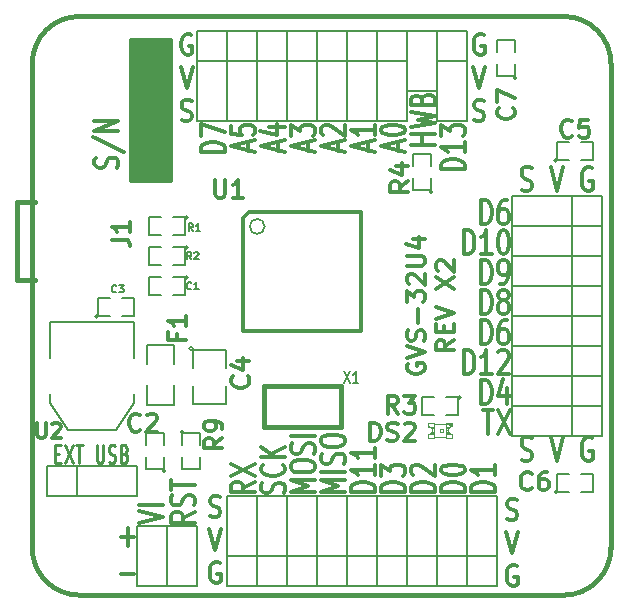
<source format=gto>
G04 (created by PCBNEW (2013-03-19 BZR 4004)-stable) date 5/7/2013 1:55:13 PM*
%MOIN*%
G04 Gerber Fmt 3.4, Leading zero omitted, Abs format*
%FSLAX34Y34*%
G01*
G70*
G90*
G04 APERTURE LIST*
%ADD10C,2.3622e-006*%
%ADD11C,0.012*%
%ADD12C,0.015*%
%ADD13C,0.01*%
%ADD14C,0.005*%
%ADD15C,0.0026*%
%ADD16C,0.004*%
%ADD17C,0.002*%
%ADD18C,0.008*%
%ADD19C,0.006*%
%ADD20C,0.025*%
%ADD21C,0.0075*%
G04 APERTURE END LIST*
G54D10*
G54D11*
X50835Y-36049D02*
X50873Y-35964D01*
X50873Y-35821D01*
X50835Y-35764D01*
X50797Y-35735D01*
X50721Y-35707D01*
X50645Y-35707D01*
X50569Y-35735D01*
X50530Y-35764D01*
X50492Y-35821D01*
X50454Y-35935D01*
X50416Y-35992D01*
X50378Y-36021D01*
X50302Y-36049D01*
X50226Y-36049D01*
X50150Y-36021D01*
X50111Y-35992D01*
X50073Y-35935D01*
X50073Y-35792D01*
X50111Y-35707D01*
X50035Y-35021D02*
X51064Y-35535D01*
X50873Y-34821D02*
X50073Y-34821D01*
X50873Y-34478D01*
X50073Y-34478D01*
X60521Y-42578D02*
X60492Y-42635D01*
X60492Y-42721D01*
X60521Y-42807D01*
X60578Y-42864D01*
X60635Y-42892D01*
X60750Y-42921D01*
X60835Y-42921D01*
X60950Y-42892D01*
X61007Y-42864D01*
X61064Y-42807D01*
X61092Y-42721D01*
X61092Y-42664D01*
X61064Y-42578D01*
X61035Y-42550D01*
X60835Y-42550D01*
X60835Y-42664D01*
X60492Y-42378D02*
X61092Y-42178D01*
X60492Y-41978D01*
X61064Y-41807D02*
X61092Y-41721D01*
X61092Y-41578D01*
X61064Y-41521D01*
X61035Y-41492D01*
X60978Y-41464D01*
X60921Y-41464D01*
X60864Y-41492D01*
X60835Y-41521D01*
X60807Y-41578D01*
X60778Y-41692D01*
X60750Y-41750D01*
X60721Y-41778D01*
X60664Y-41807D01*
X60607Y-41807D01*
X60550Y-41778D01*
X60521Y-41750D01*
X60492Y-41692D01*
X60492Y-41550D01*
X60521Y-41464D01*
X60864Y-41207D02*
X60864Y-40750D01*
X60492Y-40521D02*
X60492Y-40150D01*
X60721Y-40350D01*
X60721Y-40264D01*
X60750Y-40207D01*
X60778Y-40178D01*
X60835Y-40150D01*
X60978Y-40150D01*
X61035Y-40178D01*
X61064Y-40207D01*
X61092Y-40264D01*
X61092Y-40435D01*
X61064Y-40492D01*
X61035Y-40521D01*
X60550Y-39921D02*
X60521Y-39892D01*
X60492Y-39835D01*
X60492Y-39692D01*
X60521Y-39635D01*
X60550Y-39607D01*
X60607Y-39578D01*
X60664Y-39578D01*
X60750Y-39607D01*
X61092Y-39950D01*
X61092Y-39578D01*
X60492Y-39321D02*
X60978Y-39321D01*
X61035Y-39292D01*
X61064Y-39264D01*
X61092Y-39207D01*
X61092Y-39092D01*
X61064Y-39035D01*
X61035Y-39007D01*
X60978Y-38978D01*
X60492Y-38978D01*
X60692Y-38435D02*
X61092Y-38435D01*
X60464Y-38578D02*
X60892Y-38721D01*
X60892Y-38350D01*
X62052Y-41792D02*
X61767Y-41992D01*
X62052Y-42135D02*
X61452Y-42135D01*
X61452Y-41907D01*
X61481Y-41850D01*
X61510Y-41821D01*
X61567Y-41792D01*
X61652Y-41792D01*
X61710Y-41821D01*
X61738Y-41850D01*
X61767Y-41907D01*
X61767Y-42135D01*
X61738Y-41535D02*
X61738Y-41335D01*
X62052Y-41250D02*
X62052Y-41535D01*
X61452Y-41535D01*
X61452Y-41250D01*
X61452Y-41078D02*
X62052Y-40878D01*
X61452Y-40678D01*
X61452Y-40078D02*
X62052Y-39678D01*
X61452Y-39678D02*
X62052Y-40078D01*
X61510Y-39478D02*
X61481Y-39450D01*
X61452Y-39392D01*
X61452Y-39250D01*
X61481Y-39192D01*
X61510Y-39164D01*
X61567Y-39135D01*
X61624Y-39135D01*
X61710Y-39164D01*
X62052Y-39507D01*
X62052Y-39135D01*
X51573Y-47892D02*
X52373Y-47692D01*
X51573Y-47492D01*
X52373Y-47292D02*
X51573Y-47292D01*
X61423Y-35271D02*
X60623Y-35271D01*
X61004Y-35271D02*
X61004Y-34928D01*
X61423Y-34928D02*
X60623Y-34928D01*
X60623Y-34700D02*
X61423Y-34557D01*
X60852Y-34442D01*
X61423Y-34328D01*
X60623Y-34185D01*
X61004Y-33757D02*
X61042Y-33671D01*
X61080Y-33642D01*
X61157Y-33614D01*
X61271Y-33614D01*
X61347Y-33642D01*
X61385Y-33671D01*
X61423Y-33728D01*
X61423Y-33957D01*
X60623Y-33957D01*
X60623Y-33757D01*
X60661Y-33700D01*
X60700Y-33671D01*
X60776Y-33642D01*
X60852Y-33642D01*
X60928Y-33671D01*
X60966Y-33700D01*
X61004Y-33757D01*
X61004Y-33957D01*
G54D12*
X67291Y-48716D02*
X67291Y-32574D01*
X49574Y-50291D02*
X65716Y-50291D01*
X48000Y-32574D02*
X48000Y-48716D01*
X65716Y-31000D02*
X49574Y-31000D01*
X48000Y-48716D02*
G75*
G03X49574Y-50291I1574J0D01*
G74*
G01*
X65716Y-50291D02*
G75*
G03X67291Y-48716I0J1574D01*
G74*
G01*
X67291Y-32574D02*
G75*
G03X65716Y-31000I-1574J0D01*
G74*
G01*
X49574Y-31000D02*
G75*
G03X48000Y-32574I0J-1574D01*
G74*
G01*
G54D11*
X62971Y-41923D02*
X62971Y-41123D01*
X63114Y-41123D01*
X63200Y-41161D01*
X63257Y-41238D01*
X63285Y-41314D01*
X63314Y-41466D01*
X63314Y-41580D01*
X63285Y-41733D01*
X63257Y-41809D01*
X63200Y-41885D01*
X63114Y-41923D01*
X62971Y-41923D01*
X63828Y-41123D02*
X63714Y-41123D01*
X63657Y-41161D01*
X63628Y-41200D01*
X63571Y-41314D01*
X63542Y-41466D01*
X63542Y-41771D01*
X63571Y-41847D01*
X63600Y-41885D01*
X63657Y-41923D01*
X63771Y-41923D01*
X63828Y-41885D01*
X63857Y-41847D01*
X63885Y-41771D01*
X63885Y-41580D01*
X63857Y-41504D01*
X63828Y-41466D01*
X63771Y-41428D01*
X63657Y-41428D01*
X63600Y-41466D01*
X63571Y-41504D01*
X63542Y-41580D01*
X62971Y-39923D02*
X62971Y-39123D01*
X63114Y-39123D01*
X63200Y-39161D01*
X63257Y-39238D01*
X63285Y-39314D01*
X63314Y-39466D01*
X63314Y-39580D01*
X63285Y-39733D01*
X63257Y-39809D01*
X63200Y-39885D01*
X63114Y-39923D01*
X62971Y-39923D01*
X63600Y-39923D02*
X63714Y-39923D01*
X63771Y-39885D01*
X63800Y-39847D01*
X63857Y-39733D01*
X63885Y-39580D01*
X63885Y-39276D01*
X63857Y-39200D01*
X63828Y-39161D01*
X63771Y-39123D01*
X63657Y-39123D01*
X63600Y-39161D01*
X63571Y-39200D01*
X63542Y-39276D01*
X63542Y-39466D01*
X63571Y-39542D01*
X63600Y-39580D01*
X63657Y-39619D01*
X63771Y-39619D01*
X63828Y-39580D01*
X63857Y-39542D01*
X63885Y-39466D01*
X62971Y-37923D02*
X62971Y-37123D01*
X63114Y-37123D01*
X63200Y-37161D01*
X63257Y-37238D01*
X63285Y-37314D01*
X63314Y-37466D01*
X63314Y-37580D01*
X63285Y-37733D01*
X63257Y-37809D01*
X63200Y-37885D01*
X63114Y-37923D01*
X62971Y-37923D01*
X63828Y-37123D02*
X63714Y-37123D01*
X63657Y-37161D01*
X63628Y-37200D01*
X63571Y-37314D01*
X63542Y-37466D01*
X63542Y-37771D01*
X63571Y-37847D01*
X63600Y-37885D01*
X63657Y-37923D01*
X63771Y-37923D01*
X63828Y-37885D01*
X63857Y-37847D01*
X63885Y-37771D01*
X63885Y-37580D01*
X63857Y-37504D01*
X63828Y-37466D01*
X63771Y-37428D01*
X63657Y-37428D01*
X63600Y-37466D01*
X63571Y-37504D01*
X63542Y-37580D01*
X54423Y-35528D02*
X53623Y-35528D01*
X53623Y-35385D01*
X53661Y-35300D01*
X53738Y-35242D01*
X53814Y-35214D01*
X53966Y-35185D01*
X54080Y-35185D01*
X54233Y-35214D01*
X54309Y-35242D01*
X54385Y-35300D01*
X54423Y-35385D01*
X54423Y-35528D01*
X53623Y-34985D02*
X53623Y-34585D01*
X54423Y-34842D01*
X55195Y-35471D02*
X55195Y-35185D01*
X55423Y-35528D02*
X54623Y-35328D01*
X55423Y-35128D01*
X54623Y-34642D02*
X54623Y-34928D01*
X55004Y-34957D01*
X54966Y-34928D01*
X54928Y-34871D01*
X54928Y-34728D01*
X54966Y-34671D01*
X55004Y-34642D01*
X55080Y-34614D01*
X55271Y-34614D01*
X55347Y-34642D01*
X55385Y-34671D01*
X55423Y-34728D01*
X55423Y-34871D01*
X55385Y-34928D01*
X55347Y-34957D01*
X56195Y-35471D02*
X56195Y-35185D01*
X56423Y-35528D02*
X55623Y-35328D01*
X56423Y-35128D01*
X55890Y-34671D02*
X56423Y-34671D01*
X55585Y-34814D02*
X56157Y-34957D01*
X56157Y-34585D01*
X58195Y-35471D02*
X58195Y-35185D01*
X58423Y-35528D02*
X57623Y-35328D01*
X58423Y-35128D01*
X57700Y-34957D02*
X57661Y-34928D01*
X57623Y-34871D01*
X57623Y-34728D01*
X57661Y-34671D01*
X57700Y-34642D01*
X57776Y-34614D01*
X57852Y-34614D01*
X57966Y-34642D01*
X58423Y-34985D01*
X58423Y-34614D01*
X63057Y-31616D02*
X63000Y-31583D01*
X62914Y-31583D01*
X62828Y-31616D01*
X62771Y-31683D01*
X62742Y-31750D01*
X62714Y-31883D01*
X62714Y-31983D01*
X62742Y-32116D01*
X62771Y-32183D01*
X62828Y-32250D01*
X62914Y-32283D01*
X62971Y-32283D01*
X63057Y-32250D01*
X63085Y-32216D01*
X63085Y-31983D01*
X62971Y-31983D01*
X62700Y-32683D02*
X62900Y-33383D01*
X63100Y-32683D01*
X62728Y-34450D02*
X62814Y-34483D01*
X62957Y-34483D01*
X63014Y-34450D01*
X63042Y-34416D01*
X63071Y-34350D01*
X63071Y-34283D01*
X63042Y-34216D01*
X63014Y-34183D01*
X62957Y-34150D01*
X62842Y-34116D01*
X62785Y-34083D01*
X62757Y-34050D01*
X62728Y-33983D01*
X62728Y-33916D01*
X62757Y-33850D01*
X62785Y-33816D01*
X62842Y-33783D01*
X62985Y-33783D01*
X63071Y-33816D01*
X64314Y-36785D02*
X64400Y-36823D01*
X64542Y-36823D01*
X64600Y-36785D01*
X64628Y-36747D01*
X64657Y-36671D01*
X64657Y-36595D01*
X64628Y-36519D01*
X64600Y-36480D01*
X64542Y-36442D01*
X64428Y-36404D01*
X64371Y-36366D01*
X64342Y-36328D01*
X64314Y-36252D01*
X64314Y-36176D01*
X64342Y-36100D01*
X64371Y-36061D01*
X64428Y-36023D01*
X64571Y-36023D01*
X64657Y-36061D01*
X65285Y-36023D02*
X65485Y-36823D01*
X65685Y-36023D01*
X66657Y-36061D02*
X66600Y-36023D01*
X66514Y-36023D01*
X66428Y-36061D01*
X66371Y-36138D01*
X66342Y-36214D01*
X66314Y-36366D01*
X66314Y-36480D01*
X66342Y-36633D01*
X66371Y-36709D01*
X66428Y-36785D01*
X66514Y-36823D01*
X66571Y-36823D01*
X66657Y-36785D01*
X66685Y-36747D01*
X66685Y-36480D01*
X66571Y-36480D01*
X56385Y-46885D02*
X56423Y-46800D01*
X56423Y-46657D01*
X56385Y-46600D01*
X56347Y-46571D01*
X56271Y-46542D01*
X56195Y-46542D01*
X56119Y-46571D01*
X56080Y-46600D01*
X56042Y-46657D01*
X56004Y-46771D01*
X55966Y-46828D01*
X55928Y-46857D01*
X55852Y-46885D01*
X55776Y-46885D01*
X55700Y-46857D01*
X55661Y-46828D01*
X55623Y-46771D01*
X55623Y-46628D01*
X55661Y-46542D01*
X56347Y-45942D02*
X56385Y-45971D01*
X56423Y-46057D01*
X56423Y-46114D01*
X56385Y-46200D01*
X56309Y-46257D01*
X56233Y-46285D01*
X56080Y-46314D01*
X55966Y-46314D01*
X55814Y-46285D01*
X55738Y-46257D01*
X55661Y-46200D01*
X55623Y-46114D01*
X55623Y-46057D01*
X55661Y-45971D01*
X55700Y-45942D01*
X56423Y-45685D02*
X55623Y-45685D01*
X56423Y-45342D02*
X55966Y-45600D01*
X55623Y-45342D02*
X56080Y-45685D01*
X57423Y-46857D02*
X56623Y-46857D01*
X57195Y-46657D01*
X56623Y-46457D01*
X57423Y-46457D01*
X56623Y-46057D02*
X56623Y-45942D01*
X56661Y-45885D01*
X56738Y-45828D01*
X56890Y-45800D01*
X57157Y-45800D01*
X57309Y-45828D01*
X57385Y-45885D01*
X57423Y-45942D01*
X57423Y-46057D01*
X57385Y-46114D01*
X57309Y-46171D01*
X57157Y-46200D01*
X56890Y-46200D01*
X56738Y-46171D01*
X56661Y-46114D01*
X56623Y-46057D01*
X57385Y-45571D02*
X57423Y-45485D01*
X57423Y-45342D01*
X57385Y-45285D01*
X57347Y-45257D01*
X57271Y-45228D01*
X57195Y-45228D01*
X57119Y-45257D01*
X57080Y-45285D01*
X57042Y-45342D01*
X57004Y-45457D01*
X56966Y-45514D01*
X56928Y-45542D01*
X56852Y-45571D01*
X56776Y-45571D01*
X56700Y-45542D01*
X56661Y-45514D01*
X56623Y-45457D01*
X56623Y-45314D01*
X56661Y-45228D01*
X57423Y-44971D02*
X56623Y-44971D01*
X58423Y-46857D02*
X57623Y-46857D01*
X58195Y-46657D01*
X57623Y-46457D01*
X58423Y-46457D01*
X58423Y-46171D02*
X57623Y-46171D01*
X58385Y-45914D02*
X58423Y-45828D01*
X58423Y-45685D01*
X58385Y-45628D01*
X58347Y-45600D01*
X58271Y-45571D01*
X58195Y-45571D01*
X58119Y-45600D01*
X58080Y-45628D01*
X58042Y-45685D01*
X58004Y-45800D01*
X57966Y-45857D01*
X57928Y-45885D01*
X57852Y-45914D01*
X57776Y-45914D01*
X57700Y-45885D01*
X57661Y-45857D01*
X57623Y-45800D01*
X57623Y-45657D01*
X57661Y-45571D01*
X57623Y-45200D02*
X57623Y-45085D01*
X57661Y-45028D01*
X57738Y-44971D01*
X57890Y-44942D01*
X58157Y-44942D01*
X58309Y-44971D01*
X58385Y-45028D01*
X58423Y-45085D01*
X58423Y-45200D01*
X58385Y-45257D01*
X58309Y-45314D01*
X58157Y-45342D01*
X57890Y-45342D01*
X57738Y-45314D01*
X57661Y-45257D01*
X57623Y-45200D01*
X59423Y-46857D02*
X58623Y-46857D01*
X58623Y-46714D01*
X58661Y-46628D01*
X58738Y-46571D01*
X58814Y-46542D01*
X58966Y-46514D01*
X59080Y-46514D01*
X59233Y-46542D01*
X59309Y-46571D01*
X59385Y-46628D01*
X59423Y-46714D01*
X59423Y-46857D01*
X59423Y-45942D02*
X59423Y-46285D01*
X59423Y-46114D02*
X58623Y-46114D01*
X58738Y-46171D01*
X58814Y-46228D01*
X58852Y-46285D01*
X59423Y-45371D02*
X59423Y-45714D01*
X59423Y-45542D02*
X58623Y-45542D01*
X58738Y-45600D01*
X58814Y-45657D01*
X58852Y-45714D01*
X60423Y-46857D02*
X59623Y-46857D01*
X59623Y-46714D01*
X59661Y-46628D01*
X59738Y-46571D01*
X59814Y-46542D01*
X59966Y-46514D01*
X60080Y-46514D01*
X60233Y-46542D01*
X60309Y-46571D01*
X60385Y-46628D01*
X60423Y-46714D01*
X60423Y-46857D01*
X59623Y-46314D02*
X59623Y-45942D01*
X59928Y-46142D01*
X59928Y-46057D01*
X59966Y-46000D01*
X60004Y-45971D01*
X60080Y-45942D01*
X60271Y-45942D01*
X60347Y-45971D01*
X60385Y-46000D01*
X60423Y-46057D01*
X60423Y-46228D01*
X60385Y-46285D01*
X60347Y-46314D01*
X53928Y-47650D02*
X54014Y-47683D01*
X54157Y-47683D01*
X54214Y-47650D01*
X54242Y-47616D01*
X54271Y-47550D01*
X54271Y-47483D01*
X54242Y-47416D01*
X54214Y-47383D01*
X54157Y-47350D01*
X54042Y-47316D01*
X53985Y-47283D01*
X53957Y-47250D01*
X53928Y-47183D01*
X53928Y-47116D01*
X53957Y-47050D01*
X53985Y-47016D01*
X54042Y-46983D01*
X54185Y-46983D01*
X54271Y-47016D01*
X53900Y-48083D02*
X54100Y-48783D01*
X54300Y-48083D01*
X54257Y-49216D02*
X54200Y-49183D01*
X54114Y-49183D01*
X54028Y-49216D01*
X53971Y-49283D01*
X53942Y-49350D01*
X53914Y-49483D01*
X53914Y-49583D01*
X53942Y-49716D01*
X53971Y-49783D01*
X54028Y-49850D01*
X54114Y-49883D01*
X54171Y-49883D01*
X54257Y-49850D01*
X54285Y-49816D01*
X54285Y-49583D01*
X54171Y-49583D01*
X59195Y-35471D02*
X59195Y-35185D01*
X59423Y-35528D02*
X58623Y-35328D01*
X59423Y-35128D01*
X59423Y-34614D02*
X59423Y-34957D01*
X59423Y-34785D02*
X58623Y-34785D01*
X58738Y-34842D01*
X58814Y-34900D01*
X58852Y-34957D01*
X53423Y-47528D02*
X53042Y-47728D01*
X53423Y-47871D02*
X52623Y-47871D01*
X52623Y-47642D01*
X52661Y-47585D01*
X52700Y-47557D01*
X52776Y-47528D01*
X52890Y-47528D01*
X52966Y-47557D01*
X53004Y-47585D01*
X53042Y-47642D01*
X53042Y-47871D01*
X53385Y-47300D02*
X53423Y-47214D01*
X53423Y-47071D01*
X53385Y-47014D01*
X53347Y-46985D01*
X53271Y-46957D01*
X53195Y-46957D01*
X53119Y-46985D01*
X53080Y-47014D01*
X53042Y-47071D01*
X53004Y-47185D01*
X52966Y-47242D01*
X52928Y-47271D01*
X52852Y-47300D01*
X52776Y-47300D01*
X52700Y-47271D01*
X52661Y-47242D01*
X52623Y-47185D01*
X52623Y-47042D01*
X52661Y-46957D01*
X52623Y-46785D02*
X52623Y-46442D01*
X53423Y-46614D02*
X52623Y-46614D01*
X63423Y-46857D02*
X62623Y-46857D01*
X62623Y-46714D01*
X62661Y-46628D01*
X62738Y-46571D01*
X62814Y-46542D01*
X62966Y-46514D01*
X63080Y-46514D01*
X63233Y-46542D01*
X63309Y-46571D01*
X63385Y-46628D01*
X63423Y-46714D01*
X63423Y-46857D01*
X63423Y-45942D02*
X63423Y-46285D01*
X63423Y-46114D02*
X62623Y-46114D01*
X62738Y-46171D01*
X62814Y-46228D01*
X62852Y-46285D01*
X60195Y-35471D02*
X60195Y-35185D01*
X60423Y-35528D02*
X59623Y-35328D01*
X60423Y-35128D01*
X59623Y-34814D02*
X59623Y-34757D01*
X59661Y-34700D01*
X59700Y-34671D01*
X59776Y-34642D01*
X59928Y-34614D01*
X60119Y-34614D01*
X60271Y-34642D01*
X60347Y-34671D01*
X60385Y-34700D01*
X60423Y-34757D01*
X60423Y-34814D01*
X60385Y-34871D01*
X60347Y-34900D01*
X60271Y-34928D01*
X60119Y-34957D01*
X59928Y-34957D01*
X59776Y-34928D01*
X59700Y-34900D01*
X59661Y-34871D01*
X59623Y-34814D01*
X63028Y-44123D02*
X63371Y-44123D01*
X63199Y-44923D02*
X63199Y-44123D01*
X63514Y-44123D02*
X63914Y-44923D01*
X63914Y-44123D02*
X63514Y-44923D01*
X62971Y-40923D02*
X62971Y-40123D01*
X63114Y-40123D01*
X63200Y-40161D01*
X63257Y-40238D01*
X63285Y-40314D01*
X63314Y-40466D01*
X63314Y-40580D01*
X63285Y-40733D01*
X63257Y-40809D01*
X63200Y-40885D01*
X63114Y-40923D01*
X62971Y-40923D01*
X63657Y-40466D02*
X63600Y-40428D01*
X63571Y-40390D01*
X63542Y-40314D01*
X63542Y-40276D01*
X63571Y-40200D01*
X63600Y-40161D01*
X63657Y-40123D01*
X63771Y-40123D01*
X63828Y-40161D01*
X63857Y-40200D01*
X63885Y-40276D01*
X63885Y-40314D01*
X63857Y-40390D01*
X63828Y-40428D01*
X63771Y-40466D01*
X63657Y-40466D01*
X63600Y-40504D01*
X63571Y-40542D01*
X63542Y-40619D01*
X63542Y-40771D01*
X63571Y-40847D01*
X63600Y-40885D01*
X63657Y-40923D01*
X63771Y-40923D01*
X63828Y-40885D01*
X63857Y-40847D01*
X63885Y-40771D01*
X63885Y-40619D01*
X63857Y-40542D01*
X63828Y-40504D01*
X63771Y-40466D01*
X63828Y-47750D02*
X63914Y-47783D01*
X64057Y-47783D01*
X64114Y-47750D01*
X64142Y-47716D01*
X64171Y-47650D01*
X64171Y-47583D01*
X64142Y-47516D01*
X64114Y-47483D01*
X64057Y-47450D01*
X63942Y-47416D01*
X63885Y-47383D01*
X63857Y-47350D01*
X63828Y-47283D01*
X63828Y-47216D01*
X63857Y-47150D01*
X63885Y-47116D01*
X63942Y-47083D01*
X64085Y-47083D01*
X64171Y-47116D01*
X63800Y-48183D02*
X64000Y-48883D01*
X64200Y-48183D01*
X64157Y-49316D02*
X64100Y-49283D01*
X64014Y-49283D01*
X63928Y-49316D01*
X63871Y-49383D01*
X63842Y-49450D01*
X63814Y-49583D01*
X63814Y-49683D01*
X63842Y-49816D01*
X63871Y-49883D01*
X63928Y-49950D01*
X64014Y-49983D01*
X64071Y-49983D01*
X64157Y-49950D01*
X64185Y-49916D01*
X64185Y-49683D01*
X64071Y-49683D01*
X61423Y-46857D02*
X60623Y-46857D01*
X60623Y-46714D01*
X60661Y-46628D01*
X60738Y-46571D01*
X60814Y-46542D01*
X60966Y-46514D01*
X61080Y-46514D01*
X61233Y-46542D01*
X61309Y-46571D01*
X61385Y-46628D01*
X61423Y-46714D01*
X61423Y-46857D01*
X60700Y-46285D02*
X60661Y-46257D01*
X60623Y-46200D01*
X60623Y-46057D01*
X60661Y-46000D01*
X60700Y-45971D01*
X60776Y-45942D01*
X60852Y-45942D01*
X60966Y-45971D01*
X61423Y-46314D01*
X61423Y-45942D01*
X62399Y-42923D02*
X62399Y-42123D01*
X62542Y-42123D01*
X62628Y-42161D01*
X62685Y-42238D01*
X62714Y-42314D01*
X62742Y-42466D01*
X62742Y-42580D01*
X62714Y-42733D01*
X62685Y-42809D01*
X62628Y-42885D01*
X62542Y-42923D01*
X62399Y-42923D01*
X63314Y-42923D02*
X62971Y-42923D01*
X63142Y-42923D02*
X63142Y-42123D01*
X63085Y-42238D01*
X63028Y-42314D01*
X62971Y-42352D01*
X63542Y-42200D02*
X63571Y-42161D01*
X63628Y-42123D01*
X63771Y-42123D01*
X63828Y-42161D01*
X63857Y-42200D01*
X63885Y-42276D01*
X63885Y-42352D01*
X63857Y-42466D01*
X63514Y-42923D01*
X63885Y-42923D01*
X62423Y-36100D02*
X61623Y-36100D01*
X61623Y-35957D01*
X61661Y-35871D01*
X61738Y-35814D01*
X61814Y-35785D01*
X61966Y-35757D01*
X62080Y-35757D01*
X62233Y-35785D01*
X62309Y-35814D01*
X62385Y-35871D01*
X62423Y-35957D01*
X62423Y-36100D01*
X62423Y-35185D02*
X62423Y-35528D01*
X62423Y-35357D02*
X61623Y-35357D01*
X61738Y-35414D01*
X61814Y-35471D01*
X61852Y-35528D01*
X61623Y-34985D02*
X61623Y-34614D01*
X61928Y-34814D01*
X61928Y-34728D01*
X61966Y-34671D01*
X62004Y-34642D01*
X62080Y-34614D01*
X62271Y-34614D01*
X62347Y-34642D01*
X62385Y-34671D01*
X62423Y-34728D01*
X62423Y-34900D01*
X62385Y-34957D01*
X62347Y-34985D01*
X53307Y-31616D02*
X53250Y-31583D01*
X53164Y-31583D01*
X53078Y-31616D01*
X53021Y-31683D01*
X52992Y-31750D01*
X52964Y-31883D01*
X52964Y-31983D01*
X52992Y-32116D01*
X53021Y-32183D01*
X53078Y-32250D01*
X53164Y-32283D01*
X53221Y-32283D01*
X53307Y-32250D01*
X53335Y-32216D01*
X53335Y-31983D01*
X53221Y-31983D01*
X52950Y-32683D02*
X53150Y-33383D01*
X53350Y-32683D01*
X52978Y-34450D02*
X53064Y-34483D01*
X53207Y-34483D01*
X53264Y-34450D01*
X53292Y-34416D01*
X53321Y-34350D01*
X53321Y-34283D01*
X53292Y-34216D01*
X53264Y-34183D01*
X53207Y-34150D01*
X53092Y-34116D01*
X53035Y-34083D01*
X53007Y-34050D01*
X52978Y-33983D01*
X52978Y-33916D01*
X53007Y-33850D01*
X53035Y-33816D01*
X53092Y-33783D01*
X53235Y-33783D01*
X53321Y-33816D01*
X57195Y-35471D02*
X57195Y-35185D01*
X57423Y-35528D02*
X56623Y-35328D01*
X57423Y-35128D01*
X56623Y-34985D02*
X56623Y-34614D01*
X56928Y-34814D01*
X56928Y-34728D01*
X56966Y-34671D01*
X57004Y-34642D01*
X57080Y-34614D01*
X57271Y-34614D01*
X57347Y-34642D01*
X57385Y-34671D01*
X57423Y-34728D01*
X57423Y-34900D01*
X57385Y-34957D01*
X57347Y-34985D01*
X55423Y-46514D02*
X55042Y-46714D01*
X55423Y-46857D02*
X54623Y-46857D01*
X54623Y-46628D01*
X54661Y-46571D01*
X54700Y-46542D01*
X54776Y-46514D01*
X54890Y-46514D01*
X54966Y-46542D01*
X55004Y-46571D01*
X55042Y-46628D01*
X55042Y-46857D01*
X54623Y-46314D02*
X55423Y-45914D01*
X54623Y-45914D02*
X55423Y-46314D01*
X62423Y-46857D02*
X61623Y-46857D01*
X61623Y-46714D01*
X61661Y-46628D01*
X61738Y-46571D01*
X61814Y-46542D01*
X61966Y-46514D01*
X62080Y-46514D01*
X62233Y-46542D01*
X62309Y-46571D01*
X62385Y-46628D01*
X62423Y-46714D01*
X62423Y-46857D01*
X61623Y-46142D02*
X61623Y-46085D01*
X61661Y-46028D01*
X61700Y-46000D01*
X61776Y-45971D01*
X61928Y-45942D01*
X62119Y-45942D01*
X62271Y-45971D01*
X62347Y-46000D01*
X62385Y-46028D01*
X62423Y-46085D01*
X62423Y-46142D01*
X62385Y-46200D01*
X62347Y-46228D01*
X62271Y-46257D01*
X62119Y-46285D01*
X61928Y-46285D01*
X61776Y-46257D01*
X61700Y-46228D01*
X61661Y-46200D01*
X61623Y-46142D01*
X64314Y-45785D02*
X64400Y-45823D01*
X64542Y-45823D01*
X64600Y-45785D01*
X64628Y-45747D01*
X64657Y-45671D01*
X64657Y-45595D01*
X64628Y-45519D01*
X64600Y-45480D01*
X64542Y-45442D01*
X64428Y-45404D01*
X64371Y-45366D01*
X64342Y-45328D01*
X64314Y-45252D01*
X64314Y-45176D01*
X64342Y-45100D01*
X64371Y-45061D01*
X64428Y-45023D01*
X64571Y-45023D01*
X64657Y-45061D01*
X65285Y-45023D02*
X65485Y-45823D01*
X65685Y-45023D01*
X66657Y-45061D02*
X66600Y-45023D01*
X66514Y-45023D01*
X66428Y-45061D01*
X66371Y-45138D01*
X66342Y-45214D01*
X66314Y-45366D01*
X66314Y-45480D01*
X66342Y-45633D01*
X66371Y-45709D01*
X66428Y-45785D01*
X66514Y-45823D01*
X66571Y-45823D01*
X66657Y-45785D01*
X66685Y-45747D01*
X66685Y-45480D01*
X66571Y-45480D01*
X50951Y-48359D02*
X51408Y-48359D01*
X51180Y-48663D02*
X51180Y-48054D01*
X50951Y-49599D02*
X51408Y-49599D01*
G54D13*
X48771Y-45578D02*
X48904Y-45578D01*
X48961Y-45892D02*
X48771Y-45892D01*
X48771Y-45292D01*
X48961Y-45292D01*
X49095Y-45292D02*
X49361Y-45892D01*
X49361Y-45292D02*
X49095Y-45892D01*
X49457Y-45292D02*
X49685Y-45292D01*
X49571Y-45892D02*
X49571Y-45292D01*
X50145Y-45292D02*
X50145Y-45778D01*
X50164Y-45835D01*
X50183Y-45864D01*
X50221Y-45892D01*
X50297Y-45892D01*
X50335Y-45864D01*
X50354Y-45835D01*
X50373Y-45778D01*
X50373Y-45292D01*
X50545Y-45864D02*
X50602Y-45892D01*
X50697Y-45892D01*
X50735Y-45864D01*
X50754Y-45835D01*
X50773Y-45778D01*
X50773Y-45721D01*
X50754Y-45664D01*
X50735Y-45635D01*
X50697Y-45607D01*
X50621Y-45578D01*
X50583Y-45550D01*
X50564Y-45521D01*
X50545Y-45464D01*
X50545Y-45407D01*
X50564Y-45350D01*
X50583Y-45321D01*
X50621Y-45292D01*
X50716Y-45292D01*
X50773Y-45321D01*
X51078Y-45578D02*
X51135Y-45607D01*
X51154Y-45635D01*
X51173Y-45692D01*
X51173Y-45778D01*
X51154Y-45835D01*
X51135Y-45864D01*
X51097Y-45892D01*
X50945Y-45892D01*
X50945Y-45292D01*
X51078Y-45292D01*
X51116Y-45321D01*
X51135Y-45350D01*
X51154Y-45407D01*
X51154Y-45464D01*
X51135Y-45521D01*
X51116Y-45550D01*
X51078Y-45578D01*
X50945Y-45578D01*
G54D11*
X62399Y-38923D02*
X62399Y-38123D01*
X62542Y-38123D01*
X62628Y-38161D01*
X62685Y-38238D01*
X62714Y-38314D01*
X62742Y-38466D01*
X62742Y-38580D01*
X62714Y-38733D01*
X62685Y-38809D01*
X62628Y-38885D01*
X62542Y-38923D01*
X62399Y-38923D01*
X63314Y-38923D02*
X62971Y-38923D01*
X63142Y-38923D02*
X63142Y-38123D01*
X63085Y-38238D01*
X63028Y-38314D01*
X62971Y-38352D01*
X63685Y-38123D02*
X63742Y-38123D01*
X63800Y-38161D01*
X63828Y-38200D01*
X63857Y-38276D01*
X63885Y-38428D01*
X63885Y-38619D01*
X63857Y-38771D01*
X63828Y-38847D01*
X63800Y-38885D01*
X63742Y-38923D01*
X63685Y-38923D01*
X63628Y-38885D01*
X63600Y-38847D01*
X63571Y-38771D01*
X63542Y-38619D01*
X63542Y-38428D01*
X63571Y-38276D01*
X63600Y-38200D01*
X63628Y-38161D01*
X63685Y-38123D01*
X62971Y-43923D02*
X62971Y-43123D01*
X63114Y-43123D01*
X63200Y-43161D01*
X63257Y-43238D01*
X63285Y-43314D01*
X63314Y-43466D01*
X63314Y-43580D01*
X63285Y-43733D01*
X63257Y-43809D01*
X63200Y-43885D01*
X63114Y-43923D01*
X62971Y-43923D01*
X63828Y-43390D02*
X63828Y-43923D01*
X63685Y-43085D02*
X63542Y-43657D01*
X63914Y-43657D01*
G54D12*
X47500Y-37201D02*
X48091Y-37201D01*
X47500Y-39799D02*
X48091Y-39799D01*
X47500Y-37201D02*
X47500Y-39799D01*
G54D14*
X53200Y-37700D02*
G75*
G03X53200Y-37700I-50J0D01*
G74*
G01*
X52700Y-37700D02*
X53100Y-37700D01*
X53100Y-37700D02*
X53100Y-38300D01*
X53100Y-38300D02*
X52700Y-38300D01*
X52300Y-38300D02*
X51900Y-38300D01*
X51900Y-38300D02*
X51900Y-37700D01*
X51900Y-37700D02*
X52300Y-37700D01*
X53200Y-38700D02*
G75*
G03X53200Y-38700I-50J0D01*
G74*
G01*
X52700Y-38700D02*
X53100Y-38700D01*
X53100Y-38700D02*
X53100Y-39300D01*
X53100Y-39300D02*
X52700Y-39300D01*
X52300Y-39300D02*
X51900Y-39300D01*
X51900Y-39300D02*
X51900Y-38700D01*
X51900Y-38700D02*
X52300Y-38700D01*
X62300Y-43700D02*
G75*
G03X62300Y-43700I-50J0D01*
G74*
G01*
X61800Y-43700D02*
X62200Y-43700D01*
X62200Y-43700D02*
X62200Y-44300D01*
X62200Y-44300D02*
X61800Y-44300D01*
X61400Y-44300D02*
X61000Y-44300D01*
X61000Y-44300D02*
X61000Y-43700D01*
X61000Y-43700D02*
X61400Y-43700D01*
X53050Y-44850D02*
G75*
G03X53050Y-44850I-50J0D01*
G74*
G01*
X53000Y-45300D02*
X53000Y-44900D01*
X53000Y-44900D02*
X53600Y-44900D01*
X53600Y-44900D02*
X53600Y-45300D01*
X53600Y-45700D02*
X53600Y-46100D01*
X53600Y-46100D02*
X53000Y-46100D01*
X53000Y-46100D02*
X53000Y-45700D01*
G54D15*
X61796Y-44918D02*
X61796Y-45046D01*
X61796Y-45046D02*
X61993Y-45046D01*
X61993Y-44918D02*
X61993Y-45046D01*
X61796Y-44918D02*
X61993Y-44918D01*
X61796Y-44673D02*
X61796Y-44732D01*
X61796Y-44732D02*
X61895Y-44732D01*
X61895Y-44673D02*
X61895Y-44732D01*
X61796Y-44673D02*
X61895Y-44673D01*
X61796Y-44868D02*
X61796Y-44927D01*
X61796Y-44927D02*
X61895Y-44927D01*
X61895Y-44868D02*
X61895Y-44927D01*
X61796Y-44868D02*
X61895Y-44868D01*
X61796Y-44722D02*
X61796Y-44878D01*
X61796Y-44878D02*
X61865Y-44878D01*
X61865Y-44722D02*
X61865Y-44878D01*
X61796Y-44722D02*
X61865Y-44722D01*
X61207Y-44918D02*
X61207Y-45046D01*
X61207Y-45046D02*
X61404Y-45046D01*
X61404Y-44918D02*
X61404Y-45046D01*
X61207Y-44918D02*
X61404Y-44918D01*
X61207Y-44554D02*
X61207Y-44682D01*
X61207Y-44682D02*
X61404Y-44682D01*
X61404Y-44554D02*
X61404Y-44682D01*
X61207Y-44554D02*
X61404Y-44554D01*
X61305Y-44868D02*
X61305Y-44927D01*
X61305Y-44927D02*
X61404Y-44927D01*
X61404Y-44868D02*
X61404Y-44927D01*
X61305Y-44868D02*
X61404Y-44868D01*
X61305Y-44673D02*
X61305Y-44732D01*
X61305Y-44732D02*
X61404Y-44732D01*
X61404Y-44673D02*
X61404Y-44732D01*
X61305Y-44673D02*
X61404Y-44673D01*
X61335Y-44722D02*
X61335Y-44878D01*
X61335Y-44878D02*
X61404Y-44878D01*
X61404Y-44722D02*
X61404Y-44878D01*
X61335Y-44722D02*
X61404Y-44722D01*
X61600Y-44761D02*
X61600Y-44839D01*
X61600Y-44839D02*
X61678Y-44839D01*
X61678Y-44761D02*
X61678Y-44839D01*
X61600Y-44761D02*
X61678Y-44761D01*
X61796Y-44564D02*
X61796Y-44682D01*
X61796Y-44682D02*
X61914Y-44682D01*
X61914Y-44564D02*
X61914Y-44682D01*
X61796Y-44564D02*
X61914Y-44564D01*
X61964Y-44554D02*
X61964Y-44643D01*
X61964Y-44643D02*
X61993Y-44643D01*
X61993Y-44554D02*
X61993Y-44643D01*
X61964Y-44554D02*
X61993Y-44554D01*
G54D16*
X61806Y-45026D02*
X61394Y-45026D01*
X61404Y-44574D02*
X61964Y-44574D01*
G54D17*
X61962Y-44623D02*
G75*
G03X61962Y-44623I-28J0D01*
G74*
G01*
G54D16*
X61993Y-44663D02*
G75*
G03X61993Y-44937I0J-137D01*
G74*
G01*
X61207Y-44937D02*
G75*
G03X61207Y-44663I0J137D01*
G74*
G01*
G54D14*
X53200Y-39700D02*
G75*
G03X53200Y-39700I-50J0D01*
G74*
G01*
X52700Y-39700D02*
X53100Y-39700D01*
X53100Y-39700D02*
X53100Y-40300D01*
X53100Y-40300D02*
X52700Y-40300D01*
X52300Y-40300D02*
X51900Y-40300D01*
X51900Y-40300D02*
X51900Y-39700D01*
X51900Y-39700D02*
X52300Y-39700D01*
X53370Y-42075D02*
G75*
G03X53370Y-42075I-70J0D01*
G74*
G01*
X54450Y-42725D02*
X54450Y-42125D01*
X54450Y-42125D02*
X53350Y-42125D01*
X53350Y-42125D02*
X53350Y-42725D01*
X53350Y-43325D02*
X53350Y-43925D01*
X53350Y-43925D02*
X54450Y-43925D01*
X54450Y-43925D02*
X54450Y-43325D01*
X65500Y-35800D02*
G75*
G03X65500Y-35800I-50J0D01*
G74*
G01*
X65900Y-35800D02*
X65500Y-35800D01*
X65500Y-35800D02*
X65500Y-35200D01*
X65500Y-35200D02*
X65900Y-35200D01*
X66300Y-35200D02*
X66700Y-35200D01*
X66700Y-35200D02*
X66700Y-35800D01*
X66700Y-35800D02*
X66300Y-35800D01*
X51825Y-43950D02*
X52725Y-43950D01*
X52725Y-43950D02*
X52725Y-43300D01*
X51825Y-42600D02*
X51825Y-41950D01*
X51825Y-41950D02*
X52725Y-41950D01*
X52725Y-41950D02*
X52725Y-42600D01*
X51825Y-43300D02*
X51825Y-43950D01*
G54D11*
X58970Y-37530D02*
X58970Y-41470D01*
X58970Y-41470D02*
X55030Y-41470D01*
X55030Y-37720D02*
X55030Y-41470D01*
X55220Y-37530D02*
X58970Y-37530D01*
X55030Y-37720D02*
X55220Y-37530D01*
G54D18*
X55750Y-38000D02*
G75*
G03X55750Y-38000I-250J0D01*
G74*
G01*
G54D12*
X58280Y-44689D02*
X55720Y-44689D01*
X55720Y-44689D02*
X55720Y-43311D01*
X55720Y-43311D02*
X58280Y-43311D01*
X58280Y-43311D02*
X58280Y-44689D01*
G54D14*
X50200Y-41000D02*
G75*
G03X50200Y-41000I-50J0D01*
G74*
G01*
X50600Y-41000D02*
X50200Y-41000D01*
X50200Y-41000D02*
X50200Y-40400D01*
X50200Y-40400D02*
X50600Y-40400D01*
X51000Y-40400D02*
X51400Y-40400D01*
X51400Y-40400D02*
X51400Y-41000D01*
X51400Y-41000D02*
X51000Y-41000D01*
X52450Y-46150D02*
G75*
G03X52450Y-46150I-50J0D01*
G74*
G01*
X52400Y-45700D02*
X52400Y-46100D01*
X52400Y-46100D02*
X51800Y-46100D01*
X51800Y-46100D02*
X51800Y-45700D01*
X51800Y-45300D02*
X51800Y-44900D01*
X51800Y-44900D02*
X52400Y-44900D01*
X52400Y-44900D02*
X52400Y-45300D01*
G54D18*
X51400Y-42400D02*
X51400Y-41200D01*
X51400Y-41200D02*
X48600Y-41200D01*
X48600Y-41200D02*
X48600Y-42400D01*
X51400Y-43600D02*
X51400Y-43900D01*
X51400Y-43900D02*
X50800Y-44800D01*
X50800Y-44800D02*
X49200Y-44800D01*
X49200Y-44800D02*
X48600Y-43900D01*
X48600Y-43900D02*
X48600Y-43600D01*
G54D19*
X54500Y-31500D02*
X55500Y-31500D01*
X55500Y-31500D02*
X55500Y-34500D01*
X55500Y-34500D02*
X54500Y-34500D01*
X54500Y-34500D02*
X54500Y-31500D01*
X55500Y-32500D02*
X54500Y-32500D01*
X48500Y-47000D02*
X48500Y-46000D01*
X48500Y-46000D02*
X51500Y-46000D01*
X51500Y-46000D02*
X51500Y-47000D01*
X51500Y-47000D02*
X48500Y-47000D01*
X49500Y-46000D02*
X49500Y-47000D01*
X61500Y-31500D02*
X62500Y-31500D01*
X62500Y-31500D02*
X62500Y-34500D01*
X62500Y-34500D02*
X61500Y-34500D01*
X61500Y-34500D02*
X61500Y-31500D01*
X62500Y-32500D02*
X61500Y-32500D01*
X67000Y-37000D02*
X67000Y-38000D01*
X67000Y-38000D02*
X64000Y-38000D01*
X64000Y-38000D02*
X64000Y-37000D01*
X64000Y-37000D02*
X67000Y-37000D01*
X66000Y-38000D02*
X66000Y-37000D01*
X67000Y-41000D02*
X67000Y-42000D01*
X67000Y-42000D02*
X64000Y-42000D01*
X64000Y-42000D02*
X64000Y-41000D01*
X64000Y-41000D02*
X67000Y-41000D01*
X66000Y-42000D02*
X66000Y-41000D01*
X67000Y-42000D02*
X67000Y-43000D01*
X67000Y-43000D02*
X64000Y-43000D01*
X64000Y-43000D02*
X64000Y-42000D01*
X64000Y-42000D02*
X67000Y-42000D01*
X66000Y-43000D02*
X66000Y-42000D01*
X67000Y-44000D02*
X67000Y-45000D01*
X67000Y-45000D02*
X64000Y-45000D01*
X64000Y-45000D02*
X64000Y-44000D01*
X64000Y-44000D02*
X67000Y-44000D01*
X66000Y-45000D02*
X66000Y-44000D01*
X67000Y-43000D02*
X67000Y-44000D01*
X67000Y-44000D02*
X64000Y-44000D01*
X64000Y-44000D02*
X64000Y-43000D01*
X64000Y-43000D02*
X67000Y-43000D01*
X66000Y-44000D02*
X66000Y-43000D01*
X63500Y-50000D02*
X62500Y-50000D01*
X62500Y-50000D02*
X62500Y-47000D01*
X62500Y-47000D02*
X63500Y-47000D01*
X63500Y-47000D02*
X63500Y-50000D01*
X62500Y-49000D02*
X63500Y-49000D01*
X62500Y-50000D02*
X61500Y-50000D01*
X61500Y-50000D02*
X61500Y-47000D01*
X61500Y-47000D02*
X62500Y-47000D01*
X62500Y-47000D02*
X62500Y-50000D01*
X61500Y-49000D02*
X62500Y-49000D01*
X60500Y-50000D02*
X59500Y-50000D01*
X59500Y-50000D02*
X59500Y-47000D01*
X59500Y-47000D02*
X60500Y-47000D01*
X60500Y-47000D02*
X60500Y-50000D01*
X59500Y-49000D02*
X60500Y-49000D01*
X61500Y-50000D02*
X60500Y-50000D01*
X60500Y-50000D02*
X60500Y-47000D01*
X60500Y-47000D02*
X61500Y-47000D01*
X61500Y-47000D02*
X61500Y-50000D01*
X60500Y-49000D02*
X61500Y-49000D01*
X59500Y-50000D02*
X58500Y-50000D01*
X58500Y-50000D02*
X58500Y-47000D01*
X58500Y-47000D02*
X59500Y-47000D01*
X59500Y-47000D02*
X59500Y-50000D01*
X58500Y-49000D02*
X59500Y-49000D01*
X67000Y-38000D02*
X67000Y-39000D01*
X67000Y-39000D02*
X64000Y-39000D01*
X64000Y-39000D02*
X64000Y-38000D01*
X64000Y-38000D02*
X67000Y-38000D01*
X66000Y-39000D02*
X66000Y-38000D01*
X67000Y-39000D02*
X67000Y-40000D01*
X67000Y-40000D02*
X64000Y-40000D01*
X64000Y-40000D02*
X64000Y-39000D01*
X64000Y-39000D02*
X67000Y-39000D01*
X66000Y-40000D02*
X66000Y-39000D01*
X67000Y-40000D02*
X67000Y-41000D01*
X67000Y-41000D02*
X64000Y-41000D01*
X64000Y-41000D02*
X64000Y-40000D01*
X64000Y-40000D02*
X67000Y-40000D01*
X66000Y-41000D02*
X66000Y-40000D01*
X58500Y-50000D02*
X57500Y-50000D01*
X57500Y-50000D02*
X57500Y-47000D01*
X57500Y-47000D02*
X58500Y-47000D01*
X58500Y-47000D02*
X58500Y-50000D01*
X57500Y-49000D02*
X58500Y-49000D01*
X57500Y-50000D02*
X56500Y-50000D01*
X56500Y-50000D02*
X56500Y-47000D01*
X56500Y-47000D02*
X57500Y-47000D01*
X57500Y-47000D02*
X57500Y-50000D01*
X56500Y-49000D02*
X57500Y-49000D01*
X56500Y-50000D02*
X55500Y-50000D01*
X55500Y-50000D02*
X55500Y-47000D01*
X55500Y-47000D02*
X56500Y-47000D01*
X56500Y-47000D02*
X56500Y-50000D01*
X55500Y-49000D02*
X56500Y-49000D01*
X55500Y-50000D02*
X54500Y-50000D01*
X54500Y-50000D02*
X54500Y-47000D01*
X54500Y-47000D02*
X55500Y-47000D01*
X55500Y-47000D02*
X55500Y-50000D01*
X54500Y-49000D02*
X55500Y-49000D01*
X53500Y-31500D02*
X54500Y-31500D01*
X54500Y-31500D02*
X54500Y-34500D01*
X54500Y-34500D02*
X53500Y-34500D01*
X53500Y-34500D02*
X53500Y-31500D01*
X54500Y-32500D02*
X53500Y-32500D01*
X59500Y-31500D02*
X60500Y-31500D01*
X60500Y-31500D02*
X60500Y-34500D01*
X60500Y-34500D02*
X59500Y-34500D01*
X59500Y-34500D02*
X59500Y-31500D01*
X60500Y-32500D02*
X59500Y-32500D01*
X58500Y-31500D02*
X59500Y-31500D01*
X59500Y-31500D02*
X59500Y-34500D01*
X59500Y-34500D02*
X58500Y-34500D01*
X58500Y-34500D02*
X58500Y-31500D01*
X59500Y-32500D02*
X58500Y-32500D01*
X57500Y-31500D02*
X58500Y-31500D01*
X58500Y-31500D02*
X58500Y-34500D01*
X58500Y-34500D02*
X57500Y-34500D01*
X57500Y-34500D02*
X57500Y-31500D01*
X58500Y-32500D02*
X57500Y-32500D01*
X55500Y-31500D02*
X56500Y-31500D01*
X56500Y-31500D02*
X56500Y-34500D01*
X56500Y-34500D02*
X55500Y-34500D01*
X55500Y-34500D02*
X55500Y-31500D01*
X56500Y-32500D02*
X55500Y-32500D01*
X52500Y-50000D02*
X51500Y-50000D01*
X51500Y-50000D02*
X51500Y-48000D01*
X51500Y-48000D02*
X52500Y-48000D01*
X52500Y-48000D02*
X52500Y-50000D01*
X53500Y-50000D02*
X52500Y-50000D01*
X52500Y-50000D02*
X52500Y-48000D01*
X52500Y-48000D02*
X53500Y-48000D01*
X53500Y-48000D02*
X53500Y-50000D01*
G54D14*
X61350Y-36850D02*
G75*
G03X61350Y-36850I-50J0D01*
G74*
G01*
X61300Y-36400D02*
X61300Y-36800D01*
X61300Y-36800D02*
X60700Y-36800D01*
X60700Y-36800D02*
X60700Y-36400D01*
X60700Y-36000D02*
X60700Y-35600D01*
X60700Y-35600D02*
X61300Y-35600D01*
X61300Y-35600D02*
X61300Y-36000D01*
G54D19*
X56500Y-31500D02*
X57500Y-31500D01*
X57500Y-31500D02*
X57500Y-34500D01*
X57500Y-34500D02*
X56500Y-34500D01*
X56500Y-34500D02*
X56500Y-31500D01*
X57500Y-32500D02*
X56500Y-32500D01*
X60500Y-31500D02*
X61500Y-31500D01*
X61500Y-31500D02*
X61500Y-33500D01*
X61500Y-33500D02*
X60500Y-33500D01*
X60500Y-33500D02*
X60500Y-31500D01*
G54D20*
X51500Y-36400D02*
X51500Y-31900D01*
X51500Y-31900D02*
X51750Y-31900D01*
X51750Y-31900D02*
X51750Y-36400D01*
X51750Y-36400D02*
X52000Y-36400D01*
X52000Y-36400D02*
X52000Y-31850D01*
X52000Y-31850D02*
X52250Y-31850D01*
X52250Y-31850D02*
X52250Y-36400D01*
X52250Y-36400D02*
X52450Y-36400D01*
X52450Y-36400D02*
X52450Y-31900D01*
G54D12*
X51300Y-31800D02*
X51300Y-36450D01*
X51300Y-36450D02*
X52600Y-36450D01*
X52600Y-36450D02*
X52600Y-31800D01*
X52600Y-31800D02*
X51300Y-31800D01*
G54D14*
X65500Y-46850D02*
G75*
G03X65500Y-46850I-50J0D01*
G74*
G01*
X65900Y-46850D02*
X65500Y-46850D01*
X65500Y-46850D02*
X65500Y-46250D01*
X65500Y-46250D02*
X65900Y-46250D01*
X66300Y-46250D02*
X66700Y-46250D01*
X66700Y-46250D02*
X66700Y-46850D01*
X66700Y-46850D02*
X66300Y-46850D01*
X64150Y-33050D02*
G75*
G03X64150Y-33050I-50J0D01*
G74*
G01*
X64100Y-32600D02*
X64100Y-33000D01*
X64100Y-33000D02*
X63500Y-33000D01*
X63500Y-33000D02*
X63500Y-32600D01*
X63500Y-32200D02*
X63500Y-31800D01*
X63500Y-31800D02*
X64100Y-31800D01*
X64100Y-31800D02*
X64100Y-32200D01*
G54D11*
X50662Y-38440D02*
X51091Y-38440D01*
X51177Y-38468D01*
X51234Y-38525D01*
X51262Y-38611D01*
X51262Y-38668D01*
X51262Y-37840D02*
X51262Y-38182D01*
X51262Y-38011D02*
X50662Y-38011D01*
X50748Y-38068D01*
X50805Y-38125D01*
X50834Y-38182D01*
G54D14*
X53358Y-38151D02*
X53275Y-38032D01*
X53215Y-38151D02*
X53215Y-37901D01*
X53310Y-37901D01*
X53334Y-37913D01*
X53346Y-37925D01*
X53358Y-37948D01*
X53358Y-37984D01*
X53346Y-38008D01*
X53334Y-38020D01*
X53310Y-38032D01*
X53215Y-38032D01*
X53596Y-38151D02*
X53453Y-38151D01*
X53525Y-38151D02*
X53525Y-37901D01*
X53501Y-37936D01*
X53477Y-37960D01*
X53453Y-37972D01*
X53308Y-39101D02*
X53225Y-38982D01*
X53165Y-39101D02*
X53165Y-38851D01*
X53260Y-38851D01*
X53284Y-38863D01*
X53296Y-38875D01*
X53308Y-38898D01*
X53308Y-38934D01*
X53296Y-38958D01*
X53284Y-38970D01*
X53260Y-38982D01*
X53165Y-38982D01*
X53403Y-38875D02*
X53415Y-38863D01*
X53439Y-38851D01*
X53498Y-38851D01*
X53522Y-38863D01*
X53534Y-38875D01*
X53546Y-38898D01*
X53546Y-38922D01*
X53534Y-38958D01*
X53391Y-39101D01*
X53546Y-39101D01*
G54D11*
X60200Y-44242D02*
X60000Y-43957D01*
X59857Y-44242D02*
X59857Y-43642D01*
X60085Y-43642D01*
X60142Y-43671D01*
X60171Y-43700D01*
X60200Y-43757D01*
X60200Y-43842D01*
X60171Y-43900D01*
X60142Y-43928D01*
X60085Y-43957D01*
X59857Y-43957D01*
X60400Y-43642D02*
X60771Y-43642D01*
X60571Y-43871D01*
X60657Y-43871D01*
X60714Y-43900D01*
X60742Y-43928D01*
X60771Y-43985D01*
X60771Y-44128D01*
X60742Y-44185D01*
X60714Y-44214D01*
X60657Y-44242D01*
X60485Y-44242D01*
X60428Y-44214D01*
X60400Y-44185D01*
X54342Y-45050D02*
X54057Y-45250D01*
X54342Y-45392D02*
X53742Y-45392D01*
X53742Y-45164D01*
X53771Y-45107D01*
X53800Y-45078D01*
X53857Y-45050D01*
X53942Y-45050D01*
X54000Y-45078D01*
X54028Y-45107D01*
X54057Y-45164D01*
X54057Y-45392D01*
X54342Y-44764D02*
X54342Y-44650D01*
X54314Y-44592D01*
X54285Y-44564D01*
X54200Y-44507D01*
X54085Y-44478D01*
X53857Y-44478D01*
X53800Y-44507D01*
X53771Y-44535D01*
X53742Y-44592D01*
X53742Y-44707D01*
X53771Y-44764D01*
X53800Y-44792D01*
X53857Y-44821D01*
X54000Y-44821D01*
X54057Y-44792D01*
X54085Y-44764D01*
X54114Y-44707D01*
X54114Y-44592D01*
X54085Y-44535D01*
X54057Y-44507D01*
X54000Y-44478D01*
X59271Y-45142D02*
X59271Y-44542D01*
X59414Y-44542D01*
X59500Y-44571D01*
X59557Y-44628D01*
X59585Y-44685D01*
X59614Y-44800D01*
X59614Y-44885D01*
X59585Y-45000D01*
X59557Y-45057D01*
X59500Y-45114D01*
X59414Y-45142D01*
X59271Y-45142D01*
X59842Y-45114D02*
X59928Y-45142D01*
X60071Y-45142D01*
X60128Y-45114D01*
X60157Y-45085D01*
X60185Y-45028D01*
X60185Y-44971D01*
X60157Y-44914D01*
X60128Y-44885D01*
X60071Y-44857D01*
X59957Y-44828D01*
X59900Y-44800D01*
X59871Y-44771D01*
X59842Y-44714D01*
X59842Y-44657D01*
X59871Y-44600D01*
X59900Y-44571D01*
X59957Y-44542D01*
X60100Y-44542D01*
X60185Y-44571D01*
X60414Y-44600D02*
X60442Y-44571D01*
X60500Y-44542D01*
X60642Y-44542D01*
X60700Y-44571D01*
X60728Y-44600D01*
X60757Y-44657D01*
X60757Y-44714D01*
X60728Y-44800D01*
X60385Y-45142D01*
X60757Y-45142D01*
G54D14*
X53308Y-40077D02*
X53296Y-40089D01*
X53260Y-40101D01*
X53236Y-40101D01*
X53201Y-40089D01*
X53177Y-40065D01*
X53165Y-40041D01*
X53153Y-39994D01*
X53153Y-39958D01*
X53165Y-39910D01*
X53177Y-39886D01*
X53201Y-39863D01*
X53236Y-39851D01*
X53260Y-39851D01*
X53296Y-39863D01*
X53308Y-39875D01*
X53546Y-40101D02*
X53403Y-40101D01*
X53475Y-40101D02*
X53475Y-39851D01*
X53451Y-39886D01*
X53427Y-39910D01*
X53403Y-39922D01*
G54D11*
X55185Y-43000D02*
X55214Y-43028D01*
X55242Y-43114D01*
X55242Y-43171D01*
X55214Y-43257D01*
X55157Y-43314D01*
X55100Y-43342D01*
X54985Y-43371D01*
X54900Y-43371D01*
X54785Y-43342D01*
X54728Y-43314D01*
X54671Y-43257D01*
X54642Y-43171D01*
X54642Y-43114D01*
X54671Y-43028D01*
X54700Y-43000D01*
X54842Y-42485D02*
X55242Y-42485D01*
X54614Y-42628D02*
X55042Y-42771D01*
X55042Y-42400D01*
X66000Y-34985D02*
X65971Y-35014D01*
X65885Y-35042D01*
X65828Y-35042D01*
X65742Y-35014D01*
X65685Y-34957D01*
X65657Y-34900D01*
X65628Y-34785D01*
X65628Y-34700D01*
X65657Y-34585D01*
X65685Y-34528D01*
X65742Y-34471D01*
X65828Y-34442D01*
X65885Y-34442D01*
X65971Y-34471D01*
X66000Y-34500D01*
X66542Y-34442D02*
X66257Y-34442D01*
X66228Y-34728D01*
X66257Y-34700D01*
X66314Y-34671D01*
X66457Y-34671D01*
X66514Y-34700D01*
X66542Y-34728D01*
X66571Y-34785D01*
X66571Y-34928D01*
X66542Y-34985D01*
X66514Y-35014D01*
X66457Y-35042D01*
X66314Y-35042D01*
X66257Y-35014D01*
X66228Y-34985D01*
X52828Y-41600D02*
X52828Y-41800D01*
X53142Y-41800D02*
X52542Y-41800D01*
X52542Y-41514D01*
X53142Y-40971D02*
X53142Y-41314D01*
X53142Y-41142D02*
X52542Y-41142D01*
X52628Y-41200D01*
X52685Y-41257D01*
X52714Y-41314D01*
X54092Y-36442D02*
X54092Y-36928D01*
X54121Y-36985D01*
X54150Y-37014D01*
X54207Y-37042D01*
X54321Y-37042D01*
X54378Y-37014D01*
X54407Y-36985D01*
X54435Y-36928D01*
X54435Y-36442D01*
X55035Y-37042D02*
X54692Y-37042D01*
X54864Y-37042D02*
X54864Y-36442D01*
X54807Y-36528D01*
X54750Y-36585D01*
X54692Y-36614D01*
G54D21*
X58392Y-42835D02*
X58592Y-43235D01*
X58592Y-42835D02*
X58392Y-43235D01*
X58863Y-43235D02*
X58692Y-43235D01*
X58777Y-43235D02*
X58777Y-42835D01*
X58749Y-42893D01*
X58720Y-42931D01*
X58692Y-42950D01*
G54D14*
X50808Y-40177D02*
X50796Y-40189D01*
X50760Y-40201D01*
X50736Y-40201D01*
X50701Y-40189D01*
X50677Y-40165D01*
X50665Y-40141D01*
X50653Y-40094D01*
X50653Y-40058D01*
X50665Y-40010D01*
X50677Y-39986D01*
X50701Y-39963D01*
X50736Y-39951D01*
X50760Y-39951D01*
X50796Y-39963D01*
X50808Y-39975D01*
X50891Y-39951D02*
X51046Y-39951D01*
X50963Y-40046D01*
X50998Y-40046D01*
X51022Y-40058D01*
X51034Y-40070D01*
X51046Y-40094D01*
X51046Y-40153D01*
X51034Y-40177D01*
X51022Y-40189D01*
X50998Y-40201D01*
X50927Y-40201D01*
X50903Y-40189D01*
X50891Y-40177D01*
G54D11*
X51600Y-44785D02*
X51571Y-44814D01*
X51485Y-44842D01*
X51428Y-44842D01*
X51342Y-44814D01*
X51285Y-44757D01*
X51257Y-44700D01*
X51228Y-44585D01*
X51228Y-44500D01*
X51257Y-44385D01*
X51285Y-44328D01*
X51342Y-44271D01*
X51428Y-44242D01*
X51485Y-44242D01*
X51571Y-44271D01*
X51600Y-44300D01*
X51828Y-44300D02*
X51857Y-44271D01*
X51914Y-44242D01*
X52057Y-44242D01*
X52114Y-44271D01*
X52142Y-44300D01*
X52171Y-44357D01*
X52171Y-44414D01*
X52142Y-44500D01*
X51800Y-44842D01*
X52171Y-44842D01*
X48169Y-44552D02*
X48169Y-44957D01*
X48192Y-45004D01*
X48216Y-45028D01*
X48264Y-45052D01*
X48359Y-45052D01*
X48407Y-45028D01*
X48430Y-45004D01*
X48454Y-44957D01*
X48454Y-44552D01*
X48669Y-44600D02*
X48692Y-44576D01*
X48740Y-44552D01*
X48859Y-44552D01*
X48907Y-44576D01*
X48930Y-44600D01*
X48954Y-44647D01*
X48954Y-44695D01*
X48930Y-44766D01*
X48645Y-45052D01*
X48954Y-45052D01*
X60542Y-36500D02*
X60257Y-36700D01*
X60542Y-36842D02*
X59942Y-36842D01*
X59942Y-36614D01*
X59971Y-36557D01*
X60000Y-36528D01*
X60057Y-36500D01*
X60142Y-36500D01*
X60200Y-36528D01*
X60228Y-36557D01*
X60257Y-36614D01*
X60257Y-36842D01*
X60142Y-35985D02*
X60542Y-35985D01*
X59914Y-36128D02*
X60342Y-36271D01*
X60342Y-35900D01*
X64650Y-46735D02*
X64621Y-46764D01*
X64535Y-46792D01*
X64478Y-46792D01*
X64392Y-46764D01*
X64335Y-46707D01*
X64307Y-46650D01*
X64278Y-46535D01*
X64278Y-46450D01*
X64307Y-46335D01*
X64335Y-46278D01*
X64392Y-46221D01*
X64478Y-46192D01*
X64535Y-46192D01*
X64621Y-46221D01*
X64650Y-46250D01*
X65164Y-46192D02*
X65050Y-46192D01*
X64992Y-46221D01*
X64964Y-46250D01*
X64907Y-46335D01*
X64878Y-46450D01*
X64878Y-46678D01*
X64907Y-46735D01*
X64935Y-46764D01*
X64992Y-46792D01*
X65107Y-46792D01*
X65164Y-46764D01*
X65192Y-46735D01*
X65221Y-46678D01*
X65221Y-46535D01*
X65192Y-46478D01*
X65164Y-46450D01*
X65107Y-46421D01*
X64992Y-46421D01*
X64935Y-46450D01*
X64907Y-46478D01*
X64878Y-46535D01*
X64035Y-34050D02*
X64064Y-34078D01*
X64092Y-34164D01*
X64092Y-34221D01*
X64064Y-34307D01*
X64007Y-34364D01*
X63950Y-34392D01*
X63835Y-34421D01*
X63750Y-34421D01*
X63635Y-34392D01*
X63578Y-34364D01*
X63521Y-34307D01*
X63492Y-34221D01*
X63492Y-34164D01*
X63521Y-34078D01*
X63550Y-34050D01*
X63492Y-33850D02*
X63492Y-33450D01*
X64092Y-33707D01*
M02*

</source>
